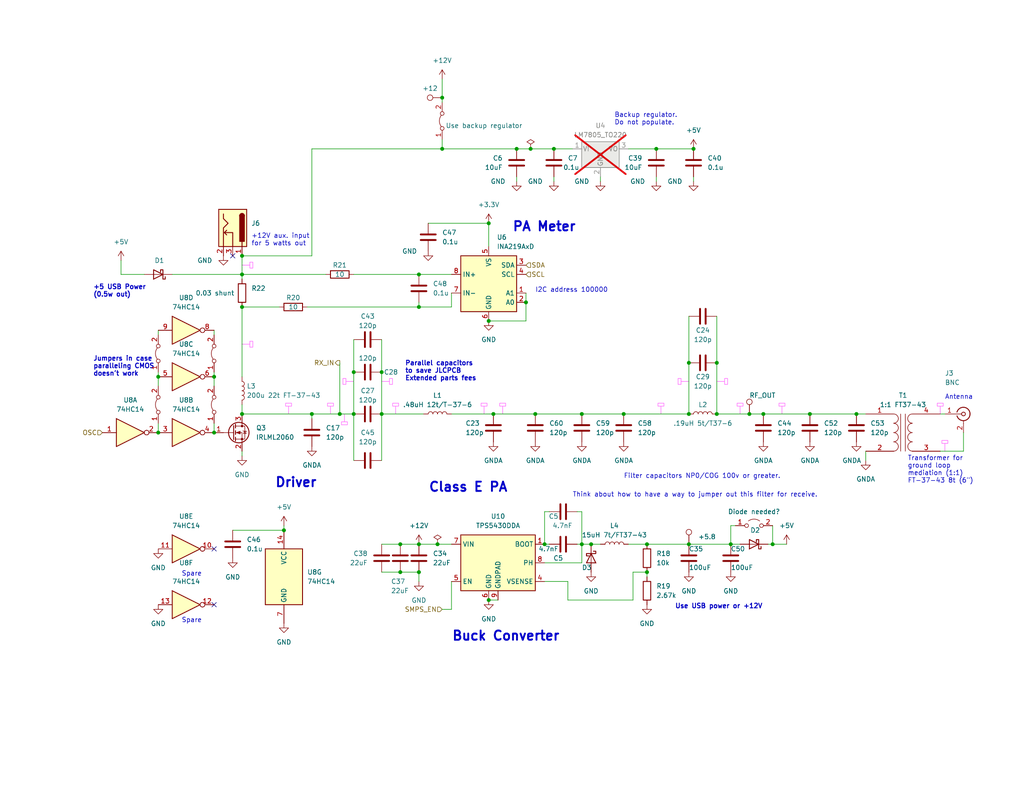
<source format=kicad_sch>
(kicad_sch (version 20231120) (generator "eeschema") (generator_version "8.0")
  (paper "USLetter")
  (title_block (date "2024-01-24") (comment 1 "After DL2MAN's uSDX Sandwich") (comment 2 "https://dl2man.de/8-band-rf-board/"))
  (lib_symbols
    (symbol "74xx:74AHCT04"
      (property "Reference" "U" (at 0 1.27 0))
      (property "Value" "74AHCT04" (at 0 -1.27 0))
      (symbol "74AHCT04_1_0"
        (pin input line (at -7.62 0 0) (length 3.81) (name "~") (number "1"))
        (pin output inverted (at 7.62 0 180) (length 3.81) (name "~") (number "2"))
      )
      (symbol "74AHCT04_2_0"
        (pin input line (at -7.62 0 0) (length 3.81) (name "~") (number "3"))
        (pin output inverted (at 7.62 0 180) (length 3.81) (name "~") (number "4"))
      )
      (symbol "74AHCT04_3_0"
        (pin input line (at -7.62 0 0) (length 3.81) (name "~") (number "5"))
        (pin output inverted (at 7.62 0 180) (length 3.81) (name "~") (number "6"))
      )
      (symbol "74AHCT04_4_0"
        (pin output inverted (at 7.62 0 180) (length 3.81) (name "~") (number "8"))
        (pin input line (at -7.62 0 0) (length 3.81) (name "~") (number "9"))
      )
      (symbol "74AHCT04_5_0"
        (pin output inverted (at 7.62 0 180) (length 3.81) (name "~") (number "10"))
        (pin input line (at -7.62 0 0) (length 3.81) (name "~") (number "11"))
      )
      (symbol "74AHCT04_6_0"
        (pin output inverted (at 7.62 0 180) (length 3.81) (name "~") (number "12"))
        (pin input line (at -7.62 0 0) (length 3.81) (name "~") (number "13"))
      )
      (symbol "74AHCT04_7_0"
        (pin power_in line (at 0 12.7 270) (length 5.08) (name "VCC") (number "14"))
        (pin power_in line (at 0 -12.7 90) (length 5.08) (name "GND") (number "7"))
      )
    )
    (symbol "Connector:Barrel_Jack_Switch" (pin_names hide)
      (property "Reference" "J" (at 0 5.334 0))
      (property "Value" "Barrel_Jack_Switch" (at 0 -5.08 0))
      (symbol "Barrel_Jack_Switch_1_1"
        (pin passive line (at 7.62 2.54 180) (length 2.54) (name "~") (number "1"))
        (pin passive line (at 7.62 -2.54 180) (length 2.54) (name "~") (number "2"))
        (pin passive line (at 7.62 0 180) (length 2.54) (name "~") (number "3"))
      )
    )
    (symbol "Connector:Conn_Coaxial" (pin_names (offset 1.016) hide)
      (property "Reference" "J" (at 0.254 3.048 0))
      (property "Value" "Conn_Coaxial" (at 2.921 0 90))
      (symbol "Conn_Coaxial_1_1"
        (pin passive line (at -5.08 0 0) (length 2.54) (name "In") (number "1"))
        (pin passive line (at 0 -5.08 90) (length 2.54) (name "Ext") (number "2"))
      )
    )
    (symbol "Connector:TestPoint" (pin_numbers hide) (pin_names (offset 0.762) hide)
      (property "Reference" "TP" (at 0 6.858 0))
      (property "Value" "TestPoint" (at 0 5.08 0))
      (symbol "TestPoint_1_1"
        (pin passive line (at 0 0 90) (length 2.54) (name "1") (number "1"))
      )
    )
    (symbol "Device:C" (pin_numbers hide) (pin_names (offset 0.254))
      (property "Reference" "C" (at 0.635 2.54 0))
      (property "Value" "C" (at 0.635 -2.54 0))
      (symbol "C_1_1"
        (pin passive line (at 0 3.81 270) (length 2.794) (name "~") (number "1"))
        (pin passive line (at 0 -3.81 90) (length 2.794) (name "~") (number "2"))
      )
    )
    (symbol "Device:D_Schottky" (pin_numbers hide) (pin_names (offset 1.016) hide)
      (property "Reference" "D" (at 0 2.54 0))
      (property "Value" "D_Schottky" (at 0 -2.54 0))
      (symbol "D_Schottky_1_1"
        (pin passive line (at -3.81 0 0) (length 2.54) (name "K") (number "1"))
        (pin passive line (at 3.81 0 180) (length 2.54) (name "A") (number "2"))
      )
    )
    (symbol "Device:L" (pin_numbers hide) (pin_names (offset 1.016) hide)
      (property "Reference" "L" (at -1.27 0 90))
      (property "Value" "L" (at 1.905 0 90))
      (symbol "L_1_1"
        (pin passive line (at 0 3.81 270) (length 1.27) (name "1") (number "1"))
        (pin passive line (at 0 -3.81 90) (length 1.27) (name "2") (number "2"))
      )
    )
    (symbol "Device:R" (pin_numbers hide) (pin_names (offset 0))
      (property "Reference" "R" (at 2.032 0 90))
      (property "Value" "R" (at 0 0 90))
      (symbol "R_1_1"
        (pin passive line (at 0 3.81 270) (length 1.27) (name "~") (number "1"))
        (pin passive line (at 0 -3.81 90) (length 1.27) (name "~") (number "2"))
      )
    )
    (symbol "Device:Transformer_1P_1S" (pin_names (offset 1.016) hide)
      (property "Reference" "T" (at 0 6.35 0))
      (property "Value" "Transformer_1P_1S" (at 0 -7.62 0))
      (symbol "Transformer_1P_1S_1_1"
        (pin passive line (at -10.16 5.08 0) (length 7.62) (name "AA") (number "1"))
        (pin passive line (at -10.16 -5.08 0) (length 7.62) (name "AB") (number "2"))
        (pin passive line (at 10.16 -5.08 180) (length 7.62) (name "SA") (number "3"))
        (pin passive line (at 10.16 5.08 180) (length 7.62) (name "SB") (number "4"))
      )
    )
    (symbol "Jumper:Jumper_2_Bridged" (pin_names (offset 0) hide)
      (property "Reference" "JP" (at 0 1.905 0))
      (property "Value" "Jumper_2_Bridged" (at 0 -2.54 0))
      (symbol "Jumper_2_Bridged_1_1"
        (pin passive line (at -5.08 0 0) (length 2.54) (name "A") (number "1"))
        (pin passive line (at 5.08 0 180) (length 2.54) (name "B") (number "2"))
      )
    )
    (symbol "Jumper:Jumper_2_Open" (pin_names (offset 0) hide)
      (property "Reference" "JP" (at 0 2.794 0))
      (property "Value" "Jumper_2_Open" (at 0 -2.286 0))
      (symbol "Jumper_2_Open_1_1"
        (pin passive line (at -5.08 0 0) (length 2.54) (name "A") (number "1"))
        (pin passive line (at 5.08 0 180) (length 2.54) (name "B") (number "2"))
      )
    )
    (symbol "Regulator_Linear:LM7805_TO220" (pin_names (offset 0.254))
      (property "Reference" "U" (at -3.81 3.175 0))
      (property "Value" "LM7805_TO220" (at 0 3.175 0))
      (symbol "LM7805_TO220_1_1"
        (pin power_in line (at -7.62 0 0) (length 2.54) (name "VI") (number "1"))
        (pin power_in line (at 0 -7.62 90) (length 2.54) (name "GND") (number "2"))
        (pin power_out line (at 7.62 0 180) (length 2.54) (name "VO") (number "3"))
      )
    )
    (symbol "Regulator_Switching:TPS5430DDA"
      (property "Reference" "U" (at -10.16 8.89 0))
      (property "Value" "TPS5430DDA" (at -1.27 8.89 0))
      (symbol "TPS5430DDA_1_1"
        (pin input line (at 12.7 5.08 180) (length 2.54) (name "BOOT") (number "1"))
        (pin no_connect line (at -10.16 2.54 0) (length 2.54) hide (name "NC") (number "2"))
        (pin no_connect line (at -10.16 -2.54 0) (length 2.54) hide (name "NC") (number "3"))
        (pin input line (at 12.7 -5.08 180) (length 2.54) (name "VSENSE") (number "4"))
        (pin input line (at -12.7 -5.08 0) (length 2.54) (name "EN") (number "5"))
        (pin power_in line (at -2.54 -10.16 90) (length 2.54) (name "GND") (number "6"))
        (pin power_in line (at -12.7 5.08 0) (length 2.54) (name "VIN") (number "7"))
        (pin output line (at 12.7 0 180) (length 2.54) (name "PH") (number "8"))
        (pin power_in line (at 0 -10.16 90) (length 2.54) (name "GNDPAD") (number "9"))
      )
    )
    (symbol "Sensor_Energy:INA219AxD"
      (property "Reference" "U" (at -6.35 8.89 0))
      (property "Value" "INA219AxD" (at 5.08 8.89 0))
      (symbol "INA219AxD_1_1"
        (pin input line (at 10.16 -2.54 180) (length 2.54) (name "A1") (number "1"))
        (pin input line (at 10.16 -5.08 180) (length 2.54) (name "A0") (number "2"))
        (pin bidirectional line (at 10.16 5.08 180) (length 2.54) (name "SDA") (number "3"))
        (pin input line (at 10.16 2.54 180) (length 2.54) (name "SCL") (number "4"))
        (pin power_in line (at 0 10.16 270) (length 2.54) (name "VS") (number "5"))
        (pin power_in line (at 0 -10.16 90) (length 2.54) (name "GND") (number "6"))
        (pin input line (at -10.16 -2.54 0) (length 2.54) (name "IN-") (number "7"))
        (pin input line (at -10.16 2.54 0) (length 2.54) (name "IN+") (number "8"))
      )
    )
    (symbol "Transistor_FET:2N7002" (pin_names hide)
      (property "Reference" "Q" (at 5.08 1.905 0))
      (property "Value" "2N7002" (at 5.08 0 0))
      (symbol "2N7002_1_1"
        (pin input line (at -5.08 0 0) (length 2.54) (name "G") (number "1"))
        (pin passive line (at 2.54 -5.08 90) (length 2.54) (name "S") (number "2"))
        (pin passive line (at 2.54 5.08 270) (length 2.54) (name "D") (number "3"))
      )
    )
    (symbol "power:+12V" (power) (pin_names (offset 0))
      (property "Value" "+12V" (at 0 3.556 0))
      (symbol "+12V_1_1"
        (pin power_in line (at 0 0 90) (length 0) hide (name "+12V") (number "1"))
      )
    )
    (symbol "power:+3.3V" (power) (pin_names (offset 0))
      (property "Value" "+3.3V" (at 0 3.556 0))
      (symbol "+3.3V_1_1"
        (pin power_in line (at 0 0 90) (length 0) hide (name "+3.3V") (number "1"))
      )
    )
    (symbol "power:+5V" (power) (pin_names (offset 0))
      (property "Value" "+5V" (at 0 3.556 0))
      (symbol "+5V_1_1"
        (pin power_in line (at 0 0 90) (length 0) hide (name "+5V") (number "1"))
      )
    )
    (symbol "power:GND" (power) (pin_names (offset 0))
      (property "Value" "GND" (at 0 -3.81 0))
      (symbol "GND_1_1"
        (pin power_in line (at 0 0 270) (length 0) hide (name "GND") (number "1"))
      )
    )
    (symbol "power:GNDA" (power) (pin_names (offset 0))
      (property "Value" "GNDA" (at 0 -3.81 0))
      (symbol "GNDA_1_1"
        (pin power_in line (at 0 0 270) (length 0) hide (name "GNDA") (number "1"))
      )
    )
    (symbol "power:PWR_FLAG" (power) (pin_numbers hide) (pin_names (offset 0) hide)
      (property "Value" "PWR_FLAG" (at 0 3.81 0))
      (symbol "PWR_FLAG_0_0"
        (pin power_out line (at 0 0 90) (length 0) (name "pwr") (number "1"))
      )
    )
  )
  (junction (at 133.35 87.63))
  (junction (at 195.58 99.06))
  (junction (at 43.18 102.87))
  (junction (at 66.04 113.03))
  (junction (at 204.47 113.03))
  (junction (at 208.28 113.03))
  (junction (at 176.53 148.59))
  (junction (at 96.52 113.03))
  (junction (at 119.38 148.59))
  (junction (at 104.14 113.03))
  (junction (at 158.75 113.03))
  (junction (at 109.22 148.59))
  (junction (at 58.42 118.11))
  (junction (at 161.29 148.59))
  (junction (at 109.22 156.21))
  (junction (at 187.96 113.03))
  (junction (at 85.09 113.03))
  (junction (at 120.65 26.67))
  (junction (at 187.96 99.06))
  (junction (at 176.53 156.21))
  (junction (at 140.97 40.64))
  (junction (at 120.65 40.64))
  (junction (at 158.75 148.59))
  (junction (at 133.35 60.96))
  (junction (at 151.13 40.64))
  (junction (at 144.78 40.64))
  (junction (at 66.04 74.93))
  (junction (at 179.07 40.64))
  (junction (at 66.04 69.85))
  (junction (at 170.18 113.03))
  (junction (at 148.59 148.59))
  (junction (at 114.3 148.59))
  (junction (at 210.82 148.59))
  (junction (at 58.42 102.87))
  (junction (at 114.3 156.21))
  (junction (at 187.96 148.59))
  (junction (at 77.47 144.78))
  (junction (at 134.62 113.03))
  (junction (at 233.68 113.03))
  (junction (at 96.52 101.6))
  (junction (at 43.18 118.11))
  (junction (at 133.35 163.83))
  (junction (at 189.23 40.64))
  (junction (at 66.04 83.82))
  (junction (at 92.71 113.03))
  (junction (at 143.51 82.55))
  (junction (at 104.14 101.6))
  (junction (at 146.05 113.03))
  (junction (at 195.58 113.03))
  (junction (at 114.3 83.82))
  (junction (at 220.98 113.03))
  (junction (at 114.3 74.93))
  (junction (at 199.39 148.59))
  (no_connect (at 58.42 149.86))
  (no_connect (at 58.42 165.1))
  (no_connect (at 63.5 69.85))
  (wire (pts (xy 208.28 113.03) (xy 220.98 113.03)))
  (wire (pts (xy 66.04 69.85) (xy 85.09 69.85)))
  (wire (pts (xy 119.38 148.59) (xy 123.19 148.59)))
  (wire (pts (xy 43.18 102.87) (xy 43.18 105.41)))
  (wire (pts (xy 158.75 153.67) (xy 158.75 148.59)))
  (wire (pts (xy 199.39 143.51) (xy 199.39 148.59)))
  (wire (pts (xy 220.98 113.03) (xy 233.68 113.03)))
  (wire (pts (xy 85.09 40.64) (xy 85.09 69.85)))
  (wire (pts (xy 77.47 143.51) (xy 77.47 144.78)))
  (wire (pts (xy 189.23 49.53) (xy 189.23 48.26)))
  (wire (pts (xy 140.97 49.53) (xy 140.97 48.26)))
  (wire (pts (xy 149.86 139.7) (xy 148.59 139.7)))
  (wire (pts (xy 63.5 144.78) (xy 77.47 144.78)))
  (wire (pts (xy 140.97 40.64) (xy 144.78 40.64)))
  (wire (pts (xy 151.13 40.64) (xy 156.21 40.64)))
  (wire (pts (xy 123.19 166.37) (xy 123.19 158.75)))
  (wire (pts (xy 58.42 102.87) (xy 58.42 105.41)))
  (wire (pts (xy 154.94 163.83) (xy 172.72 163.83)))
  (wire (pts (xy 157.48 139.7) (xy 158.75 139.7)))
  (wire (pts (xy 120.65 166.37) (xy 123.19 166.37)))
  (wire (pts (xy 104.14 156.21) (xy 109.22 156.21)))
  (wire (pts (xy 114.3 148.59) (xy 119.38 148.59)))
  (wire (pts (xy 92.71 99.06) (xy 92.71 113.03)))
  (wire (pts (xy 143.51 87.63) (xy 143.51 82.55)))
  (wire (pts (xy 85.09 113.03) (xy 92.71 113.03)))
  (wire (pts (xy 96.52 113.03) (xy 96.52 125.73)))
  (wire (pts (xy 172.72 163.83) (xy 172.72 156.21)))
  (wire (pts (xy 104.14 113.03) (xy 115.57 113.03)))
  (wire (pts (xy 209.55 148.59) (xy 210.82 148.59)))
  (wire (pts (xy 158.75 148.59) (xy 157.48 148.59)))
  (wire (pts (xy 120.65 40.64) (xy 140.97 40.64)))
  (wire (pts (xy 199.39 148.59) (xy 201.93 148.59)))
  (wire (pts (xy 66.04 113.03) (xy 85.09 113.03)))
  (wire (pts (xy 171.45 40.64) (xy 179.07 40.64)))
  (wire (pts (xy 46.99 74.93) (xy 66.04 74.93)))
  (wire (pts (xy 114.3 156.21) (xy 114.3 158.75)))
  (wire (pts (xy 96.52 92.71) (xy 96.52 101.6)))
  (wire (pts (xy 210.82 148.59) (xy 214.63 148.59)))
  (wire (pts (xy 151.13 49.53) (xy 151.13 48.26)))
  (wire (pts (xy 133.35 87.63) (xy 143.51 87.63)))
  (wire (pts (xy 96.52 101.6) (xy 96.52 113.03)))
  (wire (pts (xy 58.42 101.6) (xy 58.42 102.87)))
  (wire (pts (xy 144.78 40.64) (xy 151.13 40.64)))
  (wire (pts (xy 104.14 101.6) (xy 104.14 113.03)))
  (wire (pts (xy 58.42 115.57) (xy 58.42 118.11)))
  (wire (pts (xy 148.59 158.75) (xy 154.94 158.75)))
  (wire (pts (xy 43.18 101.6) (xy 43.18 102.87)))
  (wire (pts (xy 66.04 110.49) (xy 66.04 113.03)))
  (wire (pts (xy 204.47 113.03) (xy 208.28 113.03)))
  (wire (pts (xy 256.54 113.03) (xy 257.81 113.03)))
  (wire (pts (xy 134.62 113.03) (xy 146.05 113.03)))
  (wire (pts (xy 116.84 60.96) (xy 133.35 60.96)))
  (wire (pts (xy 262.89 123.19) (xy 262.89 118.11)))
  (wire (pts (xy 92.71 113.03) (xy 96.52 113.03)))
  (wire (pts (xy 66.04 74.93) (xy 66.04 76.2)))
  (wire (pts (xy 33.02 74.93) (xy 39.37 74.93)))
  (wire (pts (xy 123.19 83.82) (xy 114.3 83.82)))
  (wire (pts (xy 187.96 148.59) (xy 199.39 148.59)))
  (wire (pts (xy 66.04 83.82) (xy 66.04 102.87)))
  (wire (pts (xy 148.59 153.67) (xy 158.75 153.67)))
  (wire (pts (xy 163.83 49.53) (xy 163.83 48.26)))
  (wire (pts (xy 123.19 83.82) (xy 123.19 80.01)))
  (wire (pts (xy 176.53 148.59) (xy 187.96 148.59)))
  (wire (pts (xy 233.68 113.03) (xy 236.22 113.03)))
  (wire (pts (xy 176.53 156.21) (xy 176.53 157.48)))
  (wire (pts (xy 161.29 148.59) (xy 163.83 148.59)))
  (wire (pts (xy 154.94 158.75) (xy 154.94 163.83)))
  (wire (pts (xy 158.75 148.59) (xy 161.29 148.59)))
  (wire (pts (xy 187.96 99.06) (xy 187.96 113.03)))
  (wire (pts (xy 104.14 148.59) (xy 109.22 148.59)))
  (wire (pts (xy 158.75 139.7) (xy 158.75 148.59)))
  (wire (pts (xy 256.54 123.19) (xy 262.89 123.19)))
  (wire (pts (xy 171.45 148.59) (xy 176.53 148.59)))
  (wire (pts (xy 114.3 82.55) (xy 114.3 83.82)))
  (wire (pts (xy 109.22 156.21) (xy 114.3 156.21)))
  (wire (pts (xy 158.75 113.03) (xy 170.18 113.03)))
  (wire (pts (xy 120.65 26.67) (xy 120.65 27.94)))
  (wire (pts (xy 85.09 113.03) (xy 85.09 114.3)))
  (wire (pts (xy 195.58 86.36) (xy 195.58 99.06)))
  (wire (pts (xy 210.82 143.51) (xy 210.82 148.59)))
  (wire (pts (xy 146.05 113.03) (xy 158.75 113.03)))
  (wire (pts (xy 172.72 156.21) (xy 176.53 156.21)))
  (wire (pts (xy 76.2 83.82) (xy 66.04 83.82)))
  (wire (pts (xy 133.35 163.83) (xy 135.89 163.83)))
  (wire (pts (xy 43.18 115.57) (xy 43.18 118.11)))
  (wire (pts (xy 195.58 113.03) (xy 204.47 113.03)))
  (wire (pts (xy 104.14 92.71) (xy 104.14 101.6)))
  (wire (pts (xy 58.42 90.17) (xy 58.42 91.44)))
  (wire (pts (xy 143.51 80.01) (xy 143.51 82.55)))
  (wire (pts (xy 133.35 60.96) (xy 133.35 67.31)))
  (wire (pts (xy 109.22 148.59) (xy 114.3 148.59)))
  (wire (pts (xy 66.04 69.85) (xy 66.04 74.93)))
  (wire (pts (xy 120.65 38.1) (xy 120.65 40.64)))
  (wire (pts (xy 114.3 83.82) (xy 83.82 83.82)))
  (wire (pts (xy 66.04 74.93) (xy 88.9 74.93)))
  (wire (pts (xy 85.09 40.64) (xy 120.65 40.64)))
  (wire (pts (xy 236.22 125.73) (xy 236.22 123.19)))
  (wire (pts (xy 195.58 99.06) (xy 195.58 113.03)))
  (wire (pts (xy 123.19 113.03) (xy 134.62 113.03)))
  (wire (pts (xy 33.02 71.12) (xy 33.02 74.93)))
  (wire (pts (xy 179.07 40.64) (xy 189.23 40.64)))
  (wire (pts (xy 96.52 74.93) (xy 114.3 74.93)))
  (wire (pts (xy 43.18 90.17) (xy 43.18 91.44)))
  (wire (pts (xy 187.96 86.36) (xy 187.96 99.06)))
  (wire (pts (xy 114.3 74.93) (xy 123.19 74.93)))
  (wire (pts (xy 148.59 139.7) (xy 148.59 148.59)))
  (wire (pts (xy 170.18 113.03) (xy 187.96 113.03)))
  (wire (pts (xy 200.66 143.51) (xy 199.39 143.51)))
  (wire (pts (xy 149.86 148.59) (xy 148.59 148.59)))
  (wire (pts (xy 179.07 49.53) (xy 179.07 48.26)))
  (wire (pts (xy 104.14 113.03) (xy 104.14 125.73)))
  (wire (pts (xy 120.65 21.59) (xy 120.65 26.67)))
  (wire (pts (xy 66.04 124.46) (xy 66.04 123.19)))
  (text "Class E PA" (at 116.84 134.62 0) (effects (font (size 2.54 2.54) (thickness 0.508) (bold yes)) (justify left bottom)))
  (text "I2C address 100000" (at 146.05 80.01 0) (effects (font (size 1.27 1.27)) (justify left bottom)))
  (text "Spare" (at 49.53 170.18 0) (effects (font (size 1.27 1.27)) (justify left bottom)))
  (text "PA Meter" (at 139.7 63.5 0) (effects (font (size 2.54 2.54) (thickness 0.508) (bold yes)) (justify left bottom)))
  (text "Use USB power or +12V" (at 184.15 166.37 0) (effects (font (size 1.27 1.27) (bold yes)) (justify left bottom)))
  (text "Spare" (at 49.53 157.48 0) (effects (font (size 1.27 1.27)) (justify left bottom)))
  (text "Driver" (at 74.93 133.35 0) (effects (font (size 2.54 2.54) (thickness 0.508) (bold yes)) (justify left bottom)))
  (text "Parallel capacitors\nto save JLCPCB \nExtended parts fees" (at 110.49 104.14 0) (effects (font (size 1.27 1.27) (bold yes)) (justify left bottom)))
  (text "+12V aux. input \nfor 5 watts out" (at 68.58 67.31 0) (effects (font (size 1.27 1.27)) (justify left bottom)))
  (text "Jumpers in case\nparalleling CMOS \ndoesn't work" (at 25.4 102.87 0) (effects (font (size 1.27 1.27) (bold yes)) (justify left bottom)))
  (text "Think about how to have a way to jumper out this filter for receive." (at 156.21 135.89 0) (effects (font (size 1.27 1.27)) (justify left bottom)))
  (text "Filter capacitors NP0/COG 100v or greater." (at 170.18 130.81 0) (effects (font (size 1.27 1.27)) (justify left bottom)))
  (text "Transformer for\nground loop\nmediation (1:1)\nFT-37-43 8t (6\")" (at 247.65 132.08 0) (effects (font (size 1.27 1.27)) (justify left bottom)))
  (text "Antenna" (at 257.81 109.22 0) (effects (font (size 1.27 1.27)) (justify left bottom)))
  (text "Buck Converter" (at 123.19 175.26 0) (effects (font (size 2.54 2.54) (thickness 0.508) (bold yes)) (justify left bottom)))
  (text "+5 USB Power\n(0.5w out)" (at 25.4 81.28 0) (effects (font (size 1.27 1.27) (bold yes)) (justify left bottom)))
  (text "Backup regulator.\nDo not populate." (at 167.64 34.29 0) (effects (font (size 1.27 1.27)) (justify left bottom)))
  (hierarchical_label "OSC" (shape input) (at 27.94 118.11 180))
  (hierarchical_label "RX_IN" (shape output) (at 92.71 99.06 180))
  (hierarchical_label "SMPS_EN" (shape input) (at 120.65 166.37 180))
  (hierarchical_label "SCL" (shape input) (at 143.51 74.93 0))
  (hierarchical_label "SDA" (shape input) (at 143.51 72.39 0))
  (netclass_flag "" (length 2.54) (shape rectangle) (at 201.93 113.03 0) (property "Netclass" "Transmitt Current" (effects (hide yes))))
  (netclass_flag "" (length 2.54) (shape rectangle) (at 195.58 104.14 270) (property "Netclass" "Transmitt Current" (effects (hide yes))))
  (netclass_flag "" (length 2.54) (shape rectangle) (at 104.14 104.14 270) (property "Netclass" "Transmitt Current" (effects (hide yes))))
  (netclass_flag "" (length 2.54) (shape rectangle) (at 93.98 113.03 180) (property "Netclass" "Transmitt Current" (effects (hide yes))))
  (netclass_flag "" (length 2.54) (shape rectangle) (at 107.95 113.03 0) (property "Netclass" "Transmitt Current" (effects (hide yes))))
  (netclass_flag "" (length 2.54) (shape rectangle) (at 132.08 113.03 0) (property "Netclass" "Transmitt Current" (effects (hide yes))))
  (netclass_flag "" (length 2.54) (shape rectangle) (at 66.04 93.98 270) (property "Netclass" "Transmitt Current" (effects (hide yes))))
  (netclass_flag "" (length 2.54) (shape rectangle) (at 213.36 113.03 0) (property "Netclass" "Transmitt Current" (effects (hide yes))))
  (netclass_flag "" (length 2.54) (shape rectangle) (at 256.54 113.03 0) (property "Netclass" "Transmitt Current" (effects (hide yes))))
  (netclass_flag "" (length 2.54) (shape rectangle) (at 180.34 113.03 0) (property "Netclass" "Transmitt Current" (effects (hide yes))))
  (netclass_flag "" (length 2.54) (shape rectangle) (at 257.81 123.19 0) (property "Netclass" "Transmitt Current" (effects (hide yes))))
  (netclass_flag "" (length 2.54) (shape rectangle) (at 96.52 104.14 90) (property "Netclass" "Transmitt Current" (effects (hide yes))))
  (netclass_flag "" (length 2.54) (shape rectangle) (at 90.17 113.03 0) (property "Netclass" "Transmitt Current" (effects (hide yes))))
  (netclass_flag "" (length 2.54) (shape rectangle) (at 66.04 72.39 270) (property "Netclass" "Transmitt Current" (effects (hide yes))))
  (netclass_flag "" (length 2.54) (shape rectangle) (at 78.74 113.03 0) (property "Netclass" "Transmitt Current" (effects (hide yes))))
  (netclass_flag "" (length 2.54) (shape rectangle) (at 137.16 113.03 0) (property "Netclass" "Transmitt Current" (effects (hide yes))))
  (netclass_flag "" (length 2.54) (shape rectangle) (at 187.96 104.14 90) (property "Netclass" "Transmitt Current" (effects (hide yes))))
  (symbol (lib_id "Device:C") (at 220.98 116.84 0) (unit 1)
    (property "Reference" "C52" (at 224.79 115.57 0) (effects (justify left)))
    (property "Value" "120p" (at 224.79 118.11 0) (effects (justify left)))
    (property "Footprint" "Capacitor_SMD:C_0603_1608Metric" (effects (hide yes)))
    (property "Datasheet" "https://datasheet.lcsc.com/lcsc/2008171234_YAGEO-CC0805JRNPOBBN151_C576975.pdf" (effects (hide yes)))
    (property "LCSC" "C1864338" (effects (hide yes)))
    (property "JLC" "Extended" (effects (hide yes)))
  )
  (symbol (lib_id "power:GNDA") (at 85.09 121.92 0) (unit 1)
    (property "Reference" "#PWR027" (effects (hide yes)))
    (property "Value" "GNDA" (at 85.09 127 0))
  )
  (symbol (lib_id "power:GND") (at 199.39 156.21 0) (unit 1)
    (property "Reference" "#PWR074" (effects (hide yes)))
    (property "Value" "GND" (at 199.39 161.3611 0))
  )
  (symbol (lib_id "Jumper:Jumper_2_Bridged") (at 43.18 96.52 90) (unit 1)
    (property "Reference" "JP8" (effects (hide yes)))
    (property "Value" "CM2A" (effects (hide yes)))
    (property "Footprint" "Jumper:SolderJumper-2_P1.3mm_Bridged_RoundedPad1.0x1.5mm" (effects (hide yes)))
  )
  (symbol (lib_id "power:GNDA") (at 158.75 120.65 0) (unit 1)
    (property "Reference" "#PWR056" (effects (hide yes)))
    (property "Value" "GNDA" (at 158.75 125.73 0))
  )
  (symbol (lib_id "74xx:74AHCT04") (at 50.8 90.17 0) (unit 4)
    (property "Reference" "U8" (at 50.8 81.28 0))
    (property "Value" "74HC14" (at 50.8 83.82 0))
    (property "Footprint" "Package_SO:SOIC-14_3.9x8.7mm_P1.27mm" (effects (hide yes)))
    (property "Datasheet" "https://datasheet.lcsc.com/lcsc/1811141851_Nexperia-74HC14D-653_C5605.pdf" (effects (hide yes)))
    (property "LCSC" "C5605" (effects (hide yes)))
    (property "JLCPCB Rotation Offset" "-90" (effects (hide yes)))
  )
  (symbol (lib_id "Regulator_Linear:LM7805_TO220") (at 163.83 40.64 0) (unit 1) (dnp yes)
    (property "Reference" "U4" (at 163.83 34.29 0))
    (property "Value" "LM7805_TO220" (at 163.83 36.83 0))
    (property "Footprint" "Package_TO_SOT_THT:TO-220-3_Vertical" (effects (hide yes)))
    (property "Datasheet" "https://www.onsemi.cn/PowerSolutions/document/MC7800-D.PDF" (effects (hide yes)))
  )
  (symbol (lib_id "Device:D_Schottky") (at 205.74 148.59 180) (unit 1)
    (property "Reference" "D2" (at 206.0575 144.78 0))
    (property "Value" "SS54" (effects (hide yes)))
    (property "Footprint" "Diodes:DO-214AC-Rob" (effects (hide yes)))
    (property "Datasheet" "https://datasheet.lcsc.com/lcsc/2303141100_MDD-Microdiode-Electronics--SS54_C22452.pdf" (effects (hide yes)))
    (property "LCSC" "C22452" (effects (hide yes)))
  )
  (symbol (lib_id "power:+3.3V") (at 133.35 60.96 0) (unit 1)
    (property "Reference" "#PWR088" (effects (hide yes)))
    (property "Value" "+3.3V" (at 133.35 55.88 0))
  )
  (symbol (lib_id "Device:C") (at 189.23 44.45 180) (unit 1)
    (property "Reference" "C40" (at 193.04 43.18 0) (effects (justify right)))
    (property "Value" "0.1u" (at 193.04 45.72 0) (effects (justify right)))
    (property "Footprint" "Capacitor_SMD:C_0805_2012Metric" (effects (hide yes)))
    (property "Datasheet" "https://datasheet.lcsc.com/lcsc/2304140030_YAGEO-CC0805KRX7R9BB104_C49678.pdf" (effects (hide yes)))
    (property "LCSC" "C49678" (effects (hide yes)))
  )
  (symbol (lib_id "power:GND") (at 179.07 49.53 0) (unit 1)
    (property "Reference" "#PWR070" (effects (hide yes)))
    (property "Value" "GND" (at 173.99 49.53 0))
  )
  (symbol (lib_id "Device:C") (at 63.5 148.59 180) (unit 1)
    (property "Reference" "C46" (at 67.31 147.32 0) (effects (justify right)))
    (property "Value" "0.1u" (at 67.31 149.86 0) (effects (justify right)))
    (property "Footprint" "Capacitor_SMD:C_0805_2012Metric" (effects (hide yes)))
    (property "Datasheet" "https://datasheet.lcsc.com/lcsc/2304140030_YAGEO-CC0805KRX7R9BB104_C49678.pdf" (effects (hide yes)))
    (property "LCSC" "C49678" (effects (hide yes)))
  )
  (symbol (lib_id "Device:C") (at 179.07 44.45 0) (mirror y) (unit 1)
    (property "Reference" "C39" (at 175.26 43.18 0) (effects (justify left)))
    (property "Value" "10uF" (at 175.26 45.72 0) (effects (justify left)))
    (property "Footprint" "Capacitor_SMD:C_0805_2012Metric" (effects (hide yes)))
    (property "Datasheet" "https://datasheet.lcsc.com/lcsc/2304140030_Samsung-Electro-Mechanics-CL21A106KAYNNNE_C15850.pdf" (effects (hide yes)))
    (property "LCSC" "C15850" (effects (hide yes)))
  )
  (symbol (lib_id "Device:C") (at 146.05 116.84 0) (unit 1)
    (property "Reference" "C60" (at 149.86 115.57 0) (effects (justify left)))
    (property "Value" "120p" (at 149.86 118.11 0) (effects (justify left)))
    (property "Footprint" "Capacitor_SMD:C_0603_1608Metric" (effects (hide yes)))
    (property "Datasheet" "https://datasheet.lcsc.com/lcsc/2008171234_YAGEO-CC0805JRNPOBBN151_C576975.pdf" (effects (hide yes)))
    (property "LCSC" "C1864338" (effects (hide yes)))
    (property "JLC" "Extended" (effects (hide yes)))
  )
  (symbol (lib_id "power:+5V") (at 77.47 143.51 0) (unit 1)
    (property "Reference" "#PWR084" (effects (hide yes)))
    (property "Value" "+5V" (at 77.47 138.43 0))
  )
  (symbol (lib_id "Device:C") (at 100.33 113.03 270) (unit 1)
    (property "Reference" "C27" (at 100.33 106.68 90))
    (property "Value" "120p" (at 100.33 109.22 90))
    (property "Footprint" "Capacitor_SMD:C_0603_1608Metric" (effects (hide yes)))
    (property "Datasheet" "https://datasheet.lcsc.com/lcsc/2008171234_YAGEO-CC0805JRNPOBBN151_C576975.pdf" (effects (hide yes)))
    (property "LCSC" "C1864338" (effects (hide yes)))
    (property "JLC" "Extended" (effects (hide yes)))
  )
  (symbol (lib_id "power:GND") (at 187.96 156.21 0) (unit 1)
    (property "Reference" "#PWR066" (effects (hide yes)))
    (property "Value" "GND" (at 187.96 161.3611 0))
  )
  (symbol (lib_id "power:+5V") (at 33.02 71.12 0) (unit 1)
    (property "Reference" "#PWR082" (effects (hide yes)))
    (property "Value" "+5V" (at 33.02 66.04 0))
  )
  (symbol (lib_id "Device:R") (at 92.71 74.93 270) (unit 1)
    (property "Reference" "R21" (at 92.71 72.39 90))
    (property "Value" "10" (at 92.71 74.93 90))
    (property "Footprint" "Resistor_SMD:R_0805_2012Metric" (effects (hide yes)))
    (property "Datasheet" "https://datasheet.lcsc.com/lcsc/2206010216_UNI-ROYAL-Uniroyal-Elec-0805W8F105JT5E_C17404.pdf" (effects (hide yes)))
    (property "LCSC" "C17404" (effects (hide yes)))
    (instances (project "SDR-TRX" (path "" (reference "R21") (unit 1))) (project "muSDRx" (path "" (reference "R17") (unit 1))))
  )
  (symbol (lib_id "Device:C") (at 114.3 152.4 0) (unit 1)
    (property "Reference" "C34" (at 118.11 151.13 0) (effects (justify left)))
    (property "Value" "22uF" (at 118.11 153.67 0) (effects (justify left)))
    (property "Footprint" "Capacitor_SMD:C_0805_2012Metric" (effects (hide yes)))
    (property "Datasheet" "https://datasheet.lcsc.com/lcsc/2304140030_Samsung-Electro-Mechanics-CL21A226MAQNNNE_C45783.pdf" (effects (hide yes)))
    (property "LCSC" "C45783" (effects (hide yes)))
  )
  (symbol (lib_id "74xx:74AHCT04") (at 35.56 118.11 0) (unit 1)
    (property "Reference" "U8" (at 35.56 109.22 0))
    (property "Value" "74HC14" (at 35.56 111.76 0))
    (property "Footprint" "Package_SO:SOIC-14_3.9x8.7mm_P1.27mm" (effects (hide yes)))
    (property "Datasheet" "https://datasheet.lcsc.com/lcsc/1811141851_Nexperia-74HC14D-653_C5605.pdf" (effects (hide yes)))
    (property "LCSC" "C5605" (effects (hide yes)))
    (property "JLCPCB Rotation Offset" "-90" (effects (hide yes)))
  )
  (symbol (lib_id "Device:R") (at 176.53 161.29 0) (unit 1)
    (property "Reference" "R19" (at 179.07 160.02 0) (effects (justify left)))
    (property "Value" "2.67k" (at 179.07 162.56 0) (effects (justify left)))
    (property "Footprint" "Resistor_SMD:R_0805_2012Metric" (effects (hide yes)))
    (property "Datasheet" "https://datasheet.lcsc.com/lcsc/2205311800_UNI-ROYAL-Uniroyal-Elec-0805W8F1001T5E_C17513.pdf" (effects (hide yes)))
    (property "Notes:" "Match this yourself in the lab co save $3." (effects (hide yes)))
  )
  (symbol (lib_id "Device:C") (at 100.33 101.6 270) (unit 1)
    (property "Reference" "C28" (at 106.68 101.6 90))
    (property "Value" "120p" (at 100.33 97.79 90))
    (property "Footprint" "Capacitor_SMD:C_0603_1608Metric" (effects (hide yes)))
    (property "Datasheet" "https://datasheet.lcsc.com/lcsc/2008171234_YAGEO-CC0805JRNPOBBN151_C576975.pdf" (effects (hide yes)))
    (property "LCSC" "C1864338" (effects (hide yes)))
    (property "JLC" "Extended" (effects (hide yes)))
  )
  (symbol (lib_id "74xx:74AHCT04") (at 50.8 102.87 0) (unit 3)
    (property "Reference" "U8" (at 50.8 93.98 0))
    (property "Value" "74HC14" (at 50.8 96.52 0))
    (property "Footprint" "Package_SO:SOIC-14_3.9x8.7mm_P1.27mm" (effects (hide yes)))
    (property "Datasheet" "https://datasheet.lcsc.com/lcsc/1811141851_Nexperia-74HC14D-653_C5605.pdf" (effects (hide yes)))
    (property "LCSC" "C5605" (effects (hide yes)))
    (property "JLCPCB Rotation Offset" "-90" (effects (hide yes)))
  )
  (symbol (lib_id "Device:C") (at 191.77 86.36 270) (unit 1)
    (property "Reference" "C24" (at 191.77 90.17 90))
    (property "Value" "120p" (at 191.77 92.71 90))
    (property "Footprint" "Capacitor_SMD:C_0603_1608Metric" (effects (hide yes)))
    (property "Datasheet" "https://datasheet.lcsc.com/lcsc/2008171234_YAGEO-CC0805JRNPOBBN151_C576975.pdf" (effects (hide yes)))
    (property "LCSC" "C1864338" (effects (hide yes)))
    (property "JLC" "Extended" (effects (hide yes)))
  )
  (symbol (lib_id "power:GNDA") (at 134.62 120.65 0) (unit 1)
    (property "Reference" "#PWR031" (effects (hide yes)))
    (property "Value" "GNDA" (at 134.62 125.73 0))
  )
  (symbol (lib_id "Transistor_FET:2N7002") (at 63.5 118.11 0) (unit 1)
    (property "Reference" "Q3" (at 69.85 116.84 0) (effects (justify left)))
    (property "Value" "IRLML2060" (at 69.85 119.38 0) (effects (justify left)))
    (property "Footprint" "Package_TO_SOT_SMD:SOT-23" (effects (hide yes)))
    (property "Datasheet" "https://cdn-shop.adafruit.com/datasheets/irlml2060pbf.pdf" (effects (hide yes)))
    (property "LCSC" "C67275" (effects (hide yes)))
    (property "JLCPCB Rotation Offset" "180" (effects (hide yes)))
  )
  (symbol (lib_id "Device:C") (at 158.75 116.84 0) (unit 1)
    (property "Reference" "C59" (at 162.56 115.57 0) (effects (justify left)))
    (property "Value" "120p" (at 162.56 118.11 0) (effects (justify left)))
    (property "Footprint" "Capacitor_SMD:C_0603_1608Metric" (effects (hide yes)))
    (property "Datasheet" "https://datasheet.lcsc.com/lcsc/2008171234_YAGEO-CC0805JRNPOBBN151_C576975.pdf" (effects (hide yes)))
    (property "LCSC" "C1864338" (effects (hide yes)))
    (property "JLC" "Extended" (effects (hide yes)))
  )
  (symbol (lib_id "power:+12V") (at 114.3 148.59 0) (unit 1)
    (property "Reference" "#PWR063" (effects (hide yes)))
    (property "Value" "+12V" (at 114.3 143.51 0))
  )
  (symbol (lib_id "Device:C") (at 100.33 92.71 270) (unit 1)
    (property "Reference" "C43" (at 100.33 86.36 90))
    (property "Value" "120p" (at 100.33 88.9 90))
    (property "Footprint" "Capacitor_SMD:C_0603_1608Metric" (effects (hide yes)))
    (property "Datasheet" "https://datasheet.lcsc.com/lcsc/2008171234_YAGEO-CC0805JRNPOBBN151_C576975.pdf" (effects (hide yes)))
    (property "LCSC" "C1864338" (effects (hide yes)))
    (property "JLC" "Extended" (effects (hide yes)))
  )
  (symbol (lib_id "74xx:74AHCT04") (at 50.8 165.1 0) (unit 6)
    (property "Reference" "U8" (at 50.8 153.67 0))
    (property "Value" "74HC14" (at 50.8 158.75 0))
    (property "Footprint" "Package_SO:SOIC-14_3.9x8.7mm_P1.27mm" (effects (hide yes)))
    (property "Datasheet" "https://datasheet.lcsc.com/lcsc/1811141851_Nexperia-74HC14D-653_C5605.pdf" (effects (hide yes)))
    (property "LCSC" "C5605" (effects (hide yes)))
    (property "JLCPCB Rotation Offset" "-90" (effects (hide yes)))
  )
  (symbol (lib_id "Device:C") (at 100.33 125.73 270) (unit 1)
    (property "Reference" "C45" (at 100.33 118.11 90))
    (property "Value" "120p" (at 100.33 120.65 90))
    (property "Footprint" "Capacitor_SMD:C_0603_1608Metric" (effects (hide yes)))
    (property "Datasheet" "https://datasheet.lcsc.com/lcsc/2008171234_YAGEO-CC0805JRNPOBBN151_C576975.pdf" (effects (hide yes)))
    (property "LCSC" "C1864338" (effects (hide yes)))
    (property "JLC" "Extended" (effects (hide yes)))
  )
  (symbol (lib_id "Device:C") (at 109.22 152.4 0) (unit 1)
    (property "Reference" "C37" (at 106.68 158.75 0) (effects (justify left)))
    (property "Value" "22uF" (at 106.68 161.29 0) (effects (justify left)))
    (property "Footprint" "Capacitor_SMD:C_0805_2012Metric" (effects (hide yes)))
    (property "Datasheet" "https://datasheet.lcsc.com/lcsc/2304140030_Samsung-Electro-Mechanics-CL21A226MAQNNNE_C45783.pdf" (effects (hide yes)))
    (property "LCSC" "C45783" (effects (hide yes)))
  )
  (symbol (lib_id "Device:L") (at 119.38 113.03 90) (unit 1)
    (property "Reference" "L1" (at 119.38 107.95 90))
    (property "Value" ".48uH 12t/T-37-6" (at 119.38 110.49 90))
    (property "Footprint" "Inductor_THT:L_Toroid_Vertical_L10.0mm_W5.0mm_P5.08mm" (effects (hide yes)))
    (property "Datasheet" "https://toroids.info/FT37-43.php" (effects (hide yes)))
  )
  (symbol (lib_id "Jumper:Jumper_2_Bridged") (at 58.42 110.49 90) (unit 1)
    (property "Reference" "JP6" (effects (hide yes)))
    (property "Value" "CM1B" (effects (hide yes)))
    (property "Footprint" "Jumper:SolderJumper-2_P1.3mm_Bridged_RoundedPad1.0x1.5mm" (effects (hide yes)))
  )
  (symbol (lib_id "Device:C") (at 140.97 44.45 0) (mirror y) (unit 1)
    (property "Reference" "C6" (at 137.16 43.18 0) (effects (justify left)))
    (property "Value" "10uF" (at 137.16 45.72 0) (effects (justify left)))
    (property "Footprint" "Capacitor_SMD:C_0805_2012Metric" (effects (hide yes)))
    (property "Datasheet" "https://datasheet.lcsc.com/lcsc/2304140030_Samsung-Electro-Mechanics-CL21A106KAYNNNE_C15850.pdf" (effects (hide yes)))
    (property "LCSC" "C15850" (effects (hide yes)))
  )
  (symbol (lib_id "Device:L") (at 167.64 148.59 90) (unit 1)
    (property "Reference" "L4" (at 167.64 143.51 90))
    (property "Value" "15uH 7t/FT37-43" (at 167.64 146.05 90))
    (property "Footprint" "Inductor_THT:L_Toroid_Vertical_L10.0mm_W5.0mm_P5.08mm" (effects (hide yes)))
    (property "Datasheet" "https://toroids.info/FT37-43.php" (effects (hide yes)))
  )
  (symbol (lib_id "power:GNDA") (at 233.68 120.65 0) (unit 1)
    (property "Reference" "#PWR012" (effects (hide yes)))
    (property "Value" "GNDA" (at 232.41 125.73 0))
  )
  (symbol (lib_id "Device:L") (at 66.04 106.68 0) (unit 1)
    (property "Reference" "L3" (at 67.31 105.41 0) (effects (justify left)))
    (property "Value" "200u 22t FT-37-43" (at 67.31 107.95 0) (effects (justify left)))
    (property "Footprint" "Inductor_THT:L_Toroid_Vertical_L10.0mm_W5.0mm_P5.08mm" (effects (hide yes)))
    (property "Datasheet" "https://toroids.info/FT37-43.php" (effects (hide yes)))
  )
  (symbol (lib_id "Sensor_Energy:INA219AxD") (at 133.35 77.47 0) (unit 1)
    (property "Reference" "U6" (at 135.5441 64.77 0) (effects (justify left)))
    (property "Value" "INA219AxD" (at 135.5441 67.31 0) (effects (justify left)))
    (property "Footprint" "Package_SO:SOIC-8_3.9x4.9mm_P1.27mm" (effects (hide yes)))
    (property "Datasheet" "https://datasheet.lcsc.com/lcsc/1810181516_Texas-Instruments-INA219AIDR_C138706.pdf" (effects (hide yes)))
    (property "LCSC" "C138706" (effects (hide yes)))
    (property "JLC" "Extended" (effects (hide yes)))
    (property "JLCPCB Rotation Offset" "270" (effects (hide yes)))
  )
  (symbol (lib_id "power:+5V") (at 189.23 40.64 0) (unit 1)
    (property "Reference" "#PWR076" (effects (hide yes)))
    (property "Value" "+5V" (at 189.23 35.56 0))
  )
  (symbol (lib_id "Device:C") (at 153.67 148.59 270) (mirror x) (unit 1)
    (property "Reference" "C5" (at 153.67 152.4 90) (effects (justify right)))
    (property "Value" "4.7nF" (at 152.4 149.86 90) (effects (justify right)))
    (property "Footprint" "Capacitor_SMD:C_0603_1608Metric" (effects (hide yes)))
    (property "Datasheet" "https://datasheet.lcsc.com/lcsc/2304140030_Murata-Electronics-GCM1885C1H472FA16D_C883564.pdf" (effects (hide yes)))
    (property "LCSC" "C883564" (effects (hide yes)))
    (instances (project "PCM1808" (path "" (reference "C5") (unit 1))) (project "SDR-TRX" (path "" (reference "C36") (unit 1))))
  )
  (symbol (lib_id "Jumper:Jumper_2_Bridged") (at 120.65 33.02 90) (unit 1)
    (property "Reference" "JP4" (effects (hide yes)))
    (property "Value" "Use backup regulator" (at 132.08 34.29 90))
    (property "Footprint" "Jumper:SolderJumper-2_P1.3mm_Bridged_RoundedPad1.0x1.5mm" (effects (hide yes)))
  )
  (symbol (lib_id "power:PWR_FLAG") (at 144.78 40.64 0) (unit 1)
    (property "Reference" "#FLG06" (effects (hide yes)))
    (property "Value" "PWR_FLAG" (effects (hide yes)))
  )
  (symbol (lib_id "Connector:TestPoint") (at 187.96 148.59 0) (unit 1)
    (property "Reference" "TP34" (effects (hide yes)))
    (property "Value" "+5.8" (at 190.5 146.558 0) (effects (justify left)))
    (property "Footprint" "TestPoint:TestPoint_Keystone_5000-5004_Miniature" (effects (hide yes)))
  )
  (symbol (lib_id "Device:R") (at 80.01 83.82 270) (unit 1)
    (property "Reference" "R20" (at 80.01 81.28 90))
    (property "Value" "10" (at 80.01 83.82 90))
    (property "Footprint" "Resistor_SMD:R_0805_2012Metric" (effects (hide yes)))
    (property "Datasheet" "https://datasheet.lcsc.com/lcsc/2206010216_UNI-ROYAL-Uniroyal-Elec-0805W8F105JT5E_C17404.pdf" (effects (hide yes)))
    (property "LCSC" "C17404" (effects (hide yes)))
    (instances (project "SDR-TRX" (path "" (reference "R20") (unit 1))) (project "muSDRx" (path "" (reference "R17") (unit 1))))
  )
  (symbol (lib_id "Device:C") (at 170.18 116.84 0) (unit 1)
    (property "Reference" "C58" (at 173.99 115.57 0) (effects (justify left)))
    (property "Value" "120p" (at 173.99 118.11 0) (effects (justify left)))
    (property "Footprint" "Capacitor_SMD:C_0603_1608Metric" (effects (hide yes)))
    (property "Datasheet" "https://datasheet.lcsc.com/lcsc/2008171234_YAGEO-CC0805JRNPOBBN151_C576975.pdf" (effects (hide yes)))
    (property "LCSC" "C1864338" (effects (hide yes)))
    (property "JLC" "Extended" (effects (hide yes)))
  )
  (symbol (lib_id "power:GND") (at 77.47 170.18 0) (unit 1)
    (property "Reference" "#PWR083" (effects (hide yes)))
    (property "Value" "GND" (at 77.47 175.3311 0))
  )
  (symbol (lib_id "power:GND") (at 133.35 87.63 0) (unit 1)
    (property "Reference" "#PWR087" (effects (hide yes)))
    (property "Value" "GND" (at 133.35 92.71 0))
  )
  (symbol (lib_id "power:+12V") (at 120.65 21.59 0) (unit 1)
    (property "Reference" "#PWR062" (effects (hide yes)))
    (property "Value" "+12V" (at 120.65 16.51 0))
  )
  (symbol (lib_id "Device:C") (at 134.62 116.84 0) (unit 1)
    (property "Reference" "C23" (at 127 115.57 0) (effects (justify left)))
    (property "Value" "120p" (at 127 118.11 0) (effects (justify left)))
    (property "Footprint" "Capacitor_SMD:C_0603_1608Metric" (effects (hide yes)))
    (property "Datasheet" "https://datasheet.lcsc.com/lcsc/2008171234_YAGEO-CC0805JRNPOBBN151_C576975.pdf" (effects (hide yes)))
    (property "LCSC" "C1864338" (effects (hide yes)))
    (property "JLC" "Extended" (effects (hide yes)))
  )
  (symbol (lib_id "power:GND") (at 133.35 163.83 0) (unit 1)
    (property "Reference" "#PWR068" (effects (hide yes)))
    (property "Value" "GND" (at 133.35 168.9811 0))
  )
  (symbol (lib_id "Connector:Conn_Coaxial") (at 262.89 113.03 0) (unit 1)
    (property "Reference" "J3" (at 257.81 101.8932 0) (effects (justify left)))
    (property "Value" "BNC" (at 257.81 104.4332 0) (effects (justify left)))
    (property "Footprint" "Connector_Coaxial:BNC_Amphenol_B6252HB-NPP3G-50_Horizontal" (effects (hide yes)))
    (property "Datasheet" " ~" (effects (hide yes)))
  )
  (symbol (lib_id "Jumper:Jumper_2_Bridged") (at 58.42 96.52 90) (unit 1)
    (property "Reference" "JP7" (effects (hide yes)))
    (property "Value" "CM2B" (effects (hide yes)))
    (property "Footprint" "Jumper:SolderJumper-2_P1.3mm_Bridged_RoundedPad1.0x1.5mm" (effects (hide yes)))
  )
  (symbol (lib_id "power:GND") (at 151.13 49.53 0) (unit 1)
    (property "Reference" "#PWR069" (effects (hide yes)))
    (property "Value" "GND" (at 146.05 49.53 0))
  )
  (symbol (lib_id "74xx:74AHCT04") (at 50.8 149.86 0) (unit 5)
    (property "Reference" "U8" (at 50.8 140.97 0))
    (property "Value" "74HC14" (at 50.8 143.51 0))
    (property "Footprint" "Package_SO:SOIC-14_3.9x8.7mm_P1.27mm" (effects (hide yes)))
    (property "Datasheet" "https://datasheet.lcsc.com/lcsc/1811141851_Nexperia-74HC14D-653_C5605.pdf" (effects (hide yes)))
    (property "LCSC" "C5605" (effects (hide yes)))
    (property "JLCPCB Rotation Offset" "-90" (effects (hide yes)))
  )
  (symbol (lib_id "power:GND") (at 114.3 158.75 0) (unit 1)
    (property "Reference" "#PWR064" (effects (hide yes)))
    (property "Value" "GND" (at 114.3 163.9011 0))
  )
  (symbol (lib_id "power:GNDA") (at 236.22 125.73 0) (unit 1)
    (property "Reference" "#PWR041" (effects (hide yes)))
    (property "Value" "GNDA" (at 236.22 130.81 0))
  )
  (symbol (lib_id "Device:C") (at 199.39 152.4 0) (unit 1)
    (property "Reference" "C50" (at 199.39 149.86 0) (effects (justify left)))
    (property "Value" "100uF" (at 199.39 154.94 0) (effects (justify left)))
    (property "Footprint" "Capacitor_SMD:C_1206_3216Metric" (effects (hide yes)))
    (property "Datasheet" "https://datasheet.lcsc.com/lcsc/2304140030_Samsung-Electro-Mechanics-CL31A107MQHNNNE_C15008.pdf" (effects (hide yes)))
    (property "LCSC" "C15008" (effects (hide yes)))
  )
  (symbol (lib_id "Device:R") (at 176.53 152.4 0) (unit 1)
    (property "Reference" "R18" (at 179.07 151.13 0) (effects (justify left)))
    (property "Value" "10k" (at 179.07 153.67 0) (effects (justify left)))
    (property "Footprint" "Resistor_SMD:R_0805_2012Metric" (effects (hide yes)))
    (property "Datasheet" "https://datasheet.lcsc.com/lcsc/2205311800_UNI-ROYAL-Uniroyal-Elec-0805W8F1001T5E_C17513.pdf" (effects (hide yes)))
    (property "LCSC" "C17414" (effects (hide yes)))
  )
  (symbol (lib_id "power:GND") (at 163.83 49.53 0) (unit 1)
    (property "Reference" "#PWR072" (effects (hide yes)))
    (property "Value" "GND" (at 158.75 49.53 0))
  )
  (symbol (lib_id "Regulator_Switching:TPS5430DDA") (at 135.89 153.67 0) (unit 1)
    (property "Reference" "U10" (at 135.89 140.97 0))
    (property "Value" "TPS5430DDA" (at 135.89 143.51 0))
    (property "Footprint" "Package_SO:TI_SO-PowerPAD-8_ThermalVias" (effects (hide yes)))
    (property "Datasheet" "http://www.ti.com/lit/ds/symlink/tps5430.pdf" (effects (hide yes)))
    (property "LCSC" "C9864" (effects (hide yes)))
  )
  (symbol (lib_id "power:GND") (at 176.53 165.1 0) (unit 1)
    (property "Reference" "#PWR067" (effects (hide yes)))
    (property "Value" "GND" (at 176.53 170.2511 0))
  )
  (symbol (lib_id "power:GND") (at 161.29 156.21 0) (unit 1)
    (property "Reference" "#PWR065" (effects (hide yes)))
    (property "Value" "GND" (at 161.29 161.3611 0))
  )
  (symbol (lib_id "power:GND") (at 60.96 69.85 0) (unit 1)
    (property "Reference" "#PWR051" (effects (hide yes)))
    (property "Value" "GND" (at 55.88 71.12 0))
  )
  (symbol (lib_id "Jumper:Jumper_2_Open") (at 205.74 143.51 0) (unit 1)
    (property "Reference" "JP9" (effects (hide yes)))
    (property "Value" "Diode needed?" (at 205.74 139.7 0))
    (property "Footprint" "Jumper:SolderJumper-2_P1.3mm_Open_RoundedPad1.0x1.5mm" (effects (hide yes)))
  )
  (symbol (lib_id "Device:R") (at 66.04 80.01 180) (unit 1)
    (property "Reference" "R22" (at 68.58 78.74 0) (effects (justify right)))
    (property "Value" "0.03 shunt" (at 53.34 80.01 0) (effects (justify right)))
    (property "Footprint" "Shunt:.03 Shunt" (effects (hide yes)))
    (property "Datasheet" "2 oz. trace 4mm long 0.15mm wide (use the calculator to figure it out)  Should have made it larger probably.   Range is 10.67A, resolution 2.67mA.  Maybe should be 0.32 Ohms." (effects (hide yes)))
  )
  (symbol (lib_id "power:GND") (at 63.5 152.4 0) (unit 1)
    (property "Reference" "#PWR085" (effects (hide yes)))
    (property "Value" "GND" (at 63.5 157.5511 0))
  )
  (symbol (lib_id "Device:C") (at 153.67 139.7 270) (mirror x) (unit 1)
    (property "Reference" "C5" (at 152.4 140.97 90) (effects (justify right)))
    (property "Value" "4.7nF" (at 156.21 143.51 90) (effects (justify right)))
    (property "Footprint" "Capacitor_SMD:C_0603_1608Metric" (effects (hide yes)))
    (property "Datasheet" "https://datasheet.lcsc.com/lcsc/2304140030_Murata-Electronics-GCM1885C1H472FA16D_C883564.pdf" (effects (hide yes)))
    (property "LCSC" "C883564" (effects (hide yes)))
    (instances (project "PCM1808" (path "" (reference "C5") (unit 1))) (project "SDR-TRX" (path "" (reference "C51") (unit 1))))
  )
  (symbol (lib_id "Device:C") (at 208.28 116.84 0) (unit 1)
    (property "Reference" "C44" (at 212.09 115.57 0) (effects (justify left)))
    (property "Value" "120p" (at 212.09 118.11 0) (effects (justify left)))
    (property "Footprint" "Capacitor_SMD:C_0603_1608Metric" (effects (hide yes)))
    (property "Datasheet" "https://datasheet.lcsc.com/lcsc/2008171234_YAGEO-CC0805JRNPOBBN151_C576975.pdf" (effects (hide yes)))
    (property "LCSC" "C1864338" (effects (hide yes)))
    (property "JLC" "Extended" (effects (hide yes)))
  )
  (symbol (lib_id "Device:C") (at 114.3 78.74 180) (unit 1)
    (property "Reference" "C48" (at 118.11 77.47 0) (effects (justify right)))
    (property "Value" "0.1u" (at 118.11 80.01 0) (effects (justify right)))
    (property "Footprint" "Capacitor_SMD:C_0805_2012Metric" (effects (hide yes)))
    (property "Datasheet" "https://datasheet.lcsc.com/lcsc/2304140030_YAGEO-CC0805KRX7R9BB104_C49678.pdf" (effects (hide yes)))
    (property "LCSC" "C49678" (effects (hide yes)))
  )
  (symbol (lib_id "power:GND") (at 43.18 149.86 0) (unit 1)
    (property "Reference" "#PWR053" (effects (hide yes)))
    (property "Value" "GND" (at 43.18 155.0111 0))
  )
  (symbol (lib_id "Device:L") (at 191.77 113.03 90) (unit 1)
    (property "Reference" "L2" (at 191.77 110.49 90))
    (property "Value" ".19uH 5t/T37-6" (at 191.77 115.57 90))
    (property "Footprint" "Inductor_THT:L_Toroid_Vertical_L10.0mm_W5.0mm_P5.08mm" (effects (hide yes)))
    (property "Datasheet" "https://toroids.info/FT37-43.php" (effects (hide yes)))
  )
  (symbol (lib_id "Device:D_Schottky") (at 161.29 152.4 270) (unit 1)
    (property "Reference" "D3" (at 158.75 154.94 90) (effects (justify left)))
    (property "Value" "SS54" (effects (hide yes)))
    (property "Footprint" "Diodes:DO-214AC-Rob" (effects (hide yes)))
    (property "Datasheet" "https://datasheet.lcsc.com/lcsc/2303141100_MDD-Microdiode-Electronics--SS54_C22452.pdf" (effects (hide yes)))
    (property "LCSC" "C22452" (effects (hide yes)))
  )
  (symbol (lib_id "Connector:TestPoint") (at 204.47 113.03 0) (unit 1)
    (property "Reference" "TP18" (effects (hide yes)))
    (property "Value" "RF_OUT" (at 204.47 107.95 0) (effects (justify left)))
    (property "Footprint" "TestPoint:TestPoint_Keystone_5000-5004_Miniature" (effects (hide yes)))
  )
  (symbol (lib_id "Jumper:Jumper_2_Bridged") (at 43.18 110.49 90) (unit 1)
    (property "Reference" "JP5" (effects (hide yes)))
    (property "Value" "CM1A" (effects (hide yes)))
    (property "Footprint" "Jumper:SolderJumper-2_P1.3mm_Bridged_RoundedPad1.0x1.5mm" (effects (hide yes)))
  )
  (symbol (lib_id "Device:Transformer_1P_1S") (at 246.38 118.11 0) (unit 1)
    (property "Reference" "T1" (at 246.3927 107.95 0))
    (property "Value" "1:1 FT37-43" (at 246.38 110.49 0))
    (property "Footprint" "Transformer_THT:Transformer_Toroid_Horizontal_D10.5mm_Amidon-T37" (effects (hide yes)))
    (property "Datasheet" "https://toroids.info/FT37-43.php" (effects (hide yes)))
  )
  (symbol (lib_id "power:GND") (at 140.97 49.53 0) (unit 1)
    (property "Reference" "#PWR058" (effects (hide yes)))
    (property "Value" "GND" (at 135.89 49.53 0))
  )
  (symbol (lib_id "Device:C") (at 104.14 152.4 0) (mirror y) (unit 1)
    (property "Reference" "C38" (at 100.33 151.13 0) (effects (justify left)))
    (property "Value" "22uF" (at 100.33 153.67 0) (effects (justify left)))
    (property "Footprint" "Capacitor_SMD:C_0805_2012Metric" (effects (hide yes)))
    (property "Datasheet" "https://datasheet.lcsc.com/lcsc/2304140030_Samsung-Electro-Mechanics-CL21A226MAQNNNE_C45783.pdf" (effects (hide yes)))
    (property "LCSC" "C45783" (effects (hide yes)))
  )
  (symbol (lib_id "Connector:Barrel_Jack_Switch") (at 63.5 62.23 270) (unit 1)
    (property "Reference" "J6" (at 68.58 60.96 90) (effects (justify left)))
    (property "Value" "+12V" (effects (hide yes)))
    (property "Footprint" "Connector_BarrelJack:BarrelJack_Horizontal" (effects (hide yes)))
  )
  (symbol (lib_id "Device:C") (at 191.77 99.06 270) (unit 1)
    (property "Reference" "C29" (at 191.77 102.87 90))
    (property "Value" "120p" (at 191.77 105.41 90))
    (property "Footprint" "Capacitor_SMD:C_0603_1608Metric" (effects (hide yes)))
    (property "Datasheet" "https://datasheet.lcsc.com/lcsc/2008171234_YAGEO-CC0805JRNPOBBN151_C576975.pdf" (effects (hide yes)))
    (property "LCSC" "C1864338" (effects (hide yes)))
    (property "JLC" "Extended" (effects (hide yes)))
  )
  (symbol (lib_id "power:GNDA") (at 170.18 120.65 0) (unit 1)
    (property "Reference" "#PWR013" (effects (hide yes)))
    (property "Value" "GNDA" (at 170.18 125.73 0))
  )
  (symbol (lib_id "power:PWR_FLAG") (at 119.38 148.59 0) (unit 1)
    (property "Reference" "#FLG07" (effects (hide yes)))
    (property "Value" "PWR_FLAG" (effects (hide yes)))
  )
  (symbol (lib_id "Device:C") (at 116.84 64.77 180) (unit 1)
    (property "Reference" "C47" (at 120.65 63.5 0) (effects (justify right)))
    (property "Value" "0.1u" (at 120.65 66.04 0) (effects (justify right)))
    (property "Footprint" "Capacitor_SMD:C_0805_2012Metric" (effects (hide yes)))
    (property "Datasheet" "https://datasheet.lcsc.com/lcsc/2304140030_YAGEO-CC0805KRX7R9BB104_C49678.pdf" (effects (hide yes)))
    (property "LCSC" "C49678" (effects (hide yes)))
  )
  (symbol (lib_id "Device:D_Schottky") (at 43.18 74.93 180) (unit 1)
    (property "Reference" "D1" (at 43.4975 71.12 0))
    (property "Value" "SS54" (effects (hide yes)))
    (property "Footprint" "Diodes:DO-214AC-Rob" (effects (hide yes)))
    (property "Datasheet" "https://datasheet.lcsc.com/lcsc/2303141100_MDD-Microdiode-Electronics--SS54_C22452.pdf" (effects (hide yes)))
    (property "LCSC" "C22452" (effects (hide yes)))
  )
  (symbol (lib_id "74xx:74AHCT04") (at 77.47 157.48 0) (unit 7)
    (property "Reference" "U8" (at 83.82 156.21 0) (effects (justify left)))
    (property "Value" "74HC14" (at 83.82 158.75 0) (effects (justify left)))
    (property "Footprint" "Package_SO:SOIC-14_3.9x8.7mm_P1.27mm" (effects (hide yes)))
    (property "Datasheet" "https://datasheet.lcsc.com/lcsc/1811141851_Nexperia-74HC14D-653_C5605.pdf" (effects (hide yes)))
    (property "LCSC" "C5605" (effects (hide yes)))
    (property "JLCPCB Rotation Offset" "-90" (effects (hide yes)))
  )
  (symbol (lib_id "Device:C") (at 233.68 116.84 0) (unit 1)
    (property "Reference" "C53" (at 237.49 115.57 0) (effects (justify left)))
    (property "Value" "120p" (at 237.49 118.11 0) (effects (justify left)))
    (property "Footprint" "Capacitor_SMD:C_0603_1608Metric" (effects (hide yes)))
    (property "Datasheet" "https://datasheet.lcsc.com/lcsc/2008171234_YAGEO-CC0805JRNPOBBN151_C576975.pdf" (effects (hide yes)))
    (property "LCSC" "C1864338" (effects (hide yes)))
    (property "JLC" "Extended" (effects (hide yes)))
  )
  (symbol (lib_id "power:GNDA") (at 146.05 120.65 0) (unit 1)
    (property "Reference" "#PWR057" (effects (hide yes)))
    (property "Value" "GNDA" (at 146.05 125.73 0))
  )
  (symbol (lib_id "Connector:TestPoint") (at 120.65 26.67 90) (unit 1)
    (property "Reference" "TP35" (effects (hide yes)))
    (property "Value" "+12" (at 117.348 24.13 90))
    (property "Footprint" "TestPoint:TestPoint_Keystone_5000-5004_Miniature" (effects (hide yes)))
  )
  (symbol (lib_id "Device:C") (at 151.13 44.45 180) (unit 1)
    (property "Reference" "C7" (at 154.94 43.18 0) (effects (justify right)))
    (property "Value" "0.1u" (at 153.67 45.72 0) (effects (justify right)))
    (property "Footprint" "Capacitor_SMD:C_0805_2012Metric" (effects (hide yes)))
    (property "Datasheet" "https://datasheet.lcsc.com/lcsc/2304140030_YAGEO-CC0805KRX7R9BB104_C49678.pdf" (effects (hide yes)))
    (property "LCSC" "C49678" (effects (hide yes)))
  )
  (symbol (lib_id "power:GND") (at 116.84 68.58 0) (unit 1)
    (property "Reference" "#PWR089" (effects (hide yes)))
    (property "Value" "GND" (at 111.76 68.58 0))
  )
  (symbol (lib_id "power:+5V") (at 214.63 148.59 0) (unit 1)
    (property "Reference" "#PWR055" (effects (hide yes)))
    (property "Value" "+5V" (at 214.63 143.51 0))
  )
  (symbol (lib_id "power:GND") (at 43.18 165.1 0) (unit 1)
    (property "Reference" "#PWR054" (effects (hide yes)))
    (property "Value" "GND" (at 43.18 170.2511 0))
  )
  (symbol (lib_id "power:GND") (at 66.04 124.46 0) (unit 1)
    (property "Reference" "#PWR043" (effects (hide yes)))
    (property "Value" "GND" (at 66.04 129.6111 0))
  )
  (symbol (lib_id "power:GNDA") (at 208.28 120.65 0) (unit 1)
    (property "Reference" "#PWR042" (effects (hide yes)))
    (property "Value" "GNDA" (at 208.28 125.73 0))
  )
  (symbol (lib_id "Device:C") (at 85.09 118.11 180) (unit 1)
    (property "Reference" "C17" (at 88.9 116.84 0) (effects (justify right)))
    (property "Value" "120p" (at 88.9 119.38 0) (effects (justify right)))
    (property "Footprint" "Capacitor_SMD:C_0603_1608Metric" (effects (hide yes)))
    (property "Datasheet" "https://datasheet.lcsc.com/lcsc/2008171234_YAGEO-CC0805JRNPOBBN151_C576975.pdf" (effects (hide yes)))
    (property "LCSC" "C1864338" (effects (hide yes)))
    (property "JLC" "Extended" (effects (hide yes)))
  )
  (symbol (lib_id "power:GND") (at 189.23 49.53 0) (unit 1)
    (property "Reference" "#PWR071" (effects (hide yes)))
    (property "Value" "GND" (at 184.15 49.53 0))
  )
  (symbol (lib_id "Device:C") (at 187.96 152.4 0) (unit 1)
    (property "Reference" "C35" (at 187.96 149.86 0) (effects (justify left)))
    (property "Value" "100uF" (at 187.96 154.94 0) (effects (justify left)))
    (property "Footprint" "Capacitor_SMD:C_1206_3216Metric" (effects (hide yes)))
    (property "Datasheet" "https://datasheet.lcsc.com/lcsc/2304140030_Samsung-Electro-Mechanics-CL31A107MQHNNNE_C15008.pdf" (effects (hide yes)))
    (property "LCSC" "C15008" (effects (hide yes)))
  )
  (symbol (lib_id "74xx:74AHCT04") (at 50.8 118.11 0) (unit 2)
    (property "Reference" "U8" (at 50.8 109.22 0))
    (property "Value" "74HC14" (at 50.8 111.76 0))
    (property "Footprint" "Package_SO:SOIC-14_3.9x8.7mm_P1.27mm" (effects (hide yes)))
    (property "Datasheet" "https://datasheet.lcsc.com/lcsc/1811141851_Nexperia-74HC14D-653_C5605.pdf" (effects (hide yes)))
    (property "LCSC" "C5605" (effects (hide yes)))
    (property "JLCPCB Rotation Offset" "-90" (effects (hide yes)))
  )
  (symbol (lib_id "power:GNDA") (at 220.98 120.65 0) (unit 1)
    (property "Reference" "#PWR011" (effects (hide yes)))
    (property "Value" "GNDA" (at 220.98 125.73 0))
  )
)
</source>
